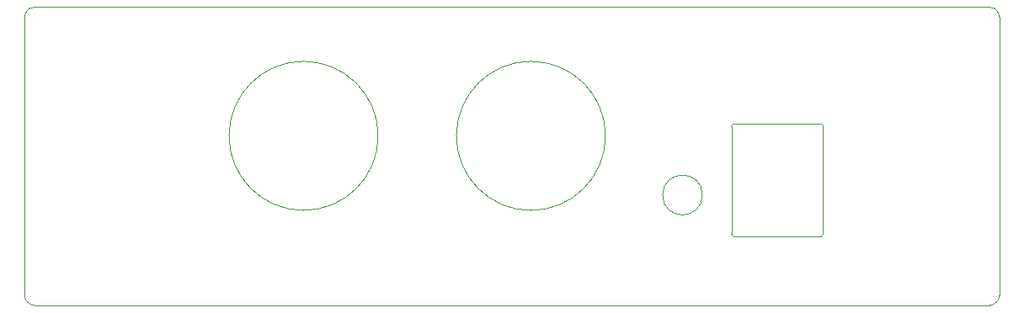
<source format=gbr>
%TF.GenerationSoftware,KiCad,Pcbnew,(6.0.11)*%
%TF.CreationDate,2023-08-23T19:51:56-07:00*%
%TF.ProjectId,miditwiddle-back,6d696469-7477-4696-9464-6c652d626163,rev?*%
%TF.SameCoordinates,PX9157080PY68799b0*%
%TF.FileFunction,Profile,NP*%
%FSLAX46Y46*%
G04 Gerber Fmt 4.6, Leading zero omitted, Abs format (unit mm)*
G04 Created by KiCad (PCBNEW (6.0.11)) date 2023-08-23 19:51:56*
%MOMM*%
%LPD*%
G01*
G04 APERTURE LIST*
%TA.AperFunction,Profile*%
%ADD10C,0.050000*%
%TD*%
G04 APERTURE END LIST*
D10*
X31070000Y-100000D02*
G75*
G03*
X31270000Y100000I0J200000D01*
G01*
X22070000Y100000D02*
G75*
G03*
X22270000Y-100000I200000J0D01*
G01*
X31270000Y11000000D02*
G75*
G03*
X31070000Y11200000I-200000J0D01*
G01*
X22270000Y11200000D02*
G75*
G03*
X22070000Y11000000I0J-200000D01*
G01*
X31070000Y-100000D02*
X22270000Y-100000D01*
X31070000Y11200000D02*
X22270000Y11200000D01*
X31270000Y100000D02*
X31270000Y11000000D01*
X22070000Y100000D02*
X22070000Y11000000D01*
X19145000Y4050000D02*
G75*
G03*
X19145000Y4050000I-2000000J0D01*
G01*
X9405000Y10000000D02*
G75*
G03*
X9405000Y10000000I-7500000J0D01*
G01*
X-13455000Y10000000D02*
G75*
G03*
X-13455000Y10000000I-7500000J0D01*
G01*
X-48000000Y22950000D02*
G75*
G03*
X-49000000Y21950000I0J-1000000D01*
G01*
X49000000Y21950000D02*
G75*
G03*
X48000000Y22950000I-1000000J0D01*
G01*
X48000000Y-7050000D02*
G75*
G03*
X49000000Y-6050000I0J1000000D01*
G01*
X-49000000Y-6050000D02*
G75*
G03*
X-48000000Y-7050000I1000000J0D01*
G01*
X49000000Y21950000D02*
X49000000Y-6050000D01*
X-48000000Y22950000D02*
X48000000Y22950000D01*
X-49000000Y-6050000D02*
X-49000000Y21950000D01*
X48000000Y-7050000D02*
X-48000000Y-7050000D01*
M02*

</source>
